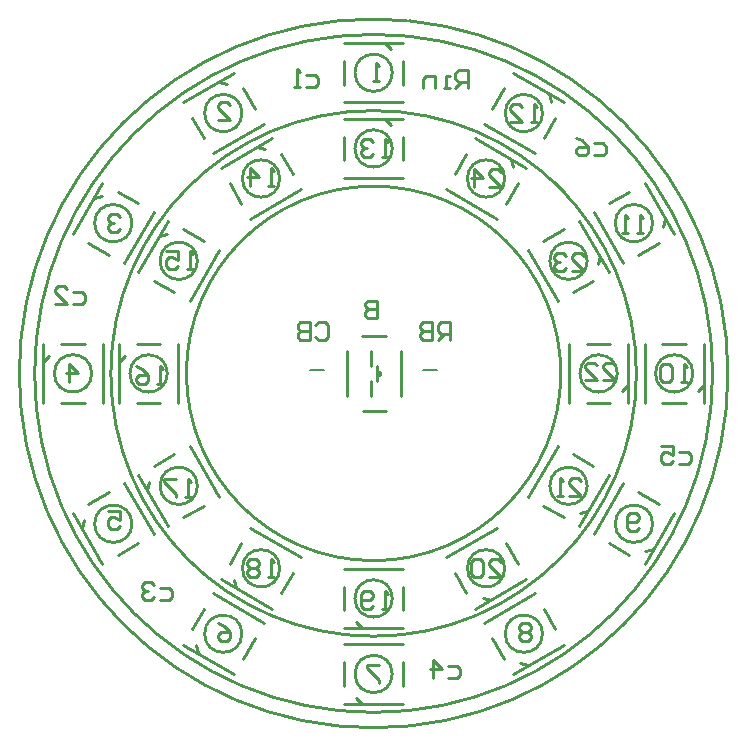
<source format=gto>
G04 Layer_Color=65535*
%FSLAX42Y42*%
%MOMM*%
G71*
G01*
G75*
%ADD32C,0.25*%
%ADD33C,0.20*%
D32*
X9424Y3000D02*
G03*
X9424Y3000I3000J0D01*
G01*
X9554D02*
G03*
X9554Y3000I2870J0D01*
G01*
X13916Y3953D02*
G03*
X13916Y3953I158J0D01*
G01*
X14171Y3000D02*
G03*
X14171Y3000I158J0D01*
G01*
X13916Y2048D02*
G03*
X13916Y2048I158J0D01*
G01*
X13218Y1350D02*
G03*
X13218Y1350I158J0D01*
G01*
X12266Y1095D02*
G03*
X12266Y1095I158J0D01*
G01*
X11313Y1350D02*
G03*
X11313Y1350I158J0D01*
G01*
X10616Y2048D02*
G03*
X10616Y2048I158J0D01*
G01*
X10361Y3000D02*
G03*
X10361Y3000I158J0D01*
G01*
X10616Y3953D02*
G03*
X10616Y3953I158J0D01*
G01*
X11313Y4650D02*
G03*
X11313Y4650I158J0D01*
G01*
X12266Y4905D02*
G03*
X12266Y4905I158J0D01*
G01*
X13218Y4650D02*
G03*
X13218Y4650I158J0D01*
G01*
X13538Y5204D02*
G03*
X13538Y5204I158J0D01*
G01*
X14470Y4272D02*
G03*
X14470Y4272I158J0D01*
G01*
X14811Y3000D02*
G03*
X14811Y3000I158J0D01*
G01*
X14470Y1727D02*
G03*
X14470Y1727I158J0D01*
G01*
X13538Y796D02*
G03*
X13538Y796I158J0D01*
G01*
X12266Y455D02*
G03*
X12266Y455I158J0D01*
G01*
X10993Y796D02*
G03*
X10993Y796I158J0D01*
G01*
X10062Y1727D02*
G03*
X10062Y1727I158J0D01*
G01*
X9721Y3000D02*
G03*
X9721Y3000I158J0D01*
G01*
X10062Y4272D02*
G03*
X10062Y4272I158J0D01*
G01*
X10993Y5204D02*
G03*
X10993Y5204I158J0D01*
G01*
X12266Y5545D02*
G03*
X12266Y5545I158J0D01*
G01*
X10199Y3000D02*
G03*
X10199Y3000I2225J0D01*
G01*
X10839D02*
G03*
X10839Y3000I1585J0D01*
G01*
X12475Y3013D02*
X12449D01*
X12475Y2987D02*
X12449Y3013D01*
X12475Y2987D02*
X12449D01*
X12475D02*
Y3013D01*
X12449Y2936D02*
Y3064D01*
X12399D02*
Y3191D01*
Y2809D02*
Y2936D01*
X12526Y3317D02*
X12322D01*
X12195Y2809D02*
Y3191D01*
X12526Y2683D02*
X12335D01*
X12653Y2809D02*
Y3191D01*
X14340Y3991D02*
X14322Y3923D01*
X14285Y3786D02*
X14112Y3686D01*
X14035Y4219D02*
X13862Y4119D01*
X14415Y3861D02*
X14165Y4294D01*
X13982Y3611D02*
X13732Y4044D01*
X14579Y2900D02*
X14529Y2850D01*
X14429Y2750D02*
X14229D01*
X14429Y3250D02*
X14229D01*
X14579Y2750D02*
Y3250D01*
X14079Y2750D02*
Y3250D01*
X14240Y1836D02*
X14172Y1818D01*
X14035Y1781D02*
X13862Y1881D01*
X14285Y2214D02*
X14112Y2314D01*
X14415Y2139D02*
X14165Y1706D01*
X13982Y2389D02*
X13732Y1956D01*
X13415Y1084D02*
X13347Y1102D01*
X13210Y1139D02*
X13110Y1312D01*
X13643Y1389D02*
X13543Y1562D01*
X13718Y1259D02*
X13285Y1009D01*
X13468Y1692D02*
X13035Y1442D01*
X12324Y845D02*
X12274Y895D01*
X12174Y995D02*
Y1195D01*
X12674Y995D02*
Y1195D01*
Y845D02*
X12174D01*
X12674Y1345D02*
X12174D01*
X11260Y1184D02*
X11242Y1252D01*
X11305Y1562D02*
X11205Y1389D01*
X11738Y1312D02*
X11638Y1139D01*
X11563Y1009D02*
X11130Y1259D01*
X11813Y1442D02*
X11380Y1692D01*
X10526Y2077D02*
X10508Y2009D01*
X10736Y2314D02*
X10563Y2214D01*
X10986Y1881D02*
X10813Y1781D01*
X10683Y1706D02*
X10433Y2139D01*
X11116Y1956D02*
X10866Y2389D01*
X10319Y3150D02*
X10269Y3100D01*
X10619Y3250D02*
X10419D01*
X10619Y2750D02*
X10419D01*
X10269D02*
Y3250D01*
X10769Y2750D02*
Y3250D01*
X10676Y4182D02*
X10608Y4164D01*
X10986Y4119D02*
X10813Y4219D01*
X10736Y3686D02*
X10563Y3786D01*
X10683Y4294D02*
X10433Y3861D01*
X11116Y4044D02*
X10866Y3611D01*
X11501Y4898D02*
X11433Y4916D01*
X11738Y4688D02*
X11638Y4861D01*
X11305Y4438D02*
X11205Y4611D01*
X11563Y4991D02*
X11130Y4741D01*
X11813Y4558D02*
X11380Y4308D01*
X12574Y5105D02*
X12524Y5155D01*
X12674Y4805D02*
Y5005D01*
X12174Y4805D02*
Y5005D01*
X12674Y5155D02*
X12174D01*
X12674Y4655D02*
X12174D01*
X13606Y4748D02*
X13588Y4816D01*
X13643Y4611D02*
X13543Y4438D01*
X13210Y4861D02*
X13110Y4688D01*
X13718Y4741D02*
X13285Y4991D01*
X13468Y4308D02*
X13035Y4558D01*
X13926Y5302D02*
X13908Y5371D01*
X13963Y5166D02*
X13863Y4992D01*
X13530Y5416D02*
X13430Y5242D01*
X14038Y5296D02*
X13605Y5546D01*
X13788Y4862D02*
X13355Y5112D01*
X14895Y4311D02*
X14876Y4243D01*
X14840Y4106D02*
X14666Y4006D01*
X14590Y4539D02*
X14416Y4439D01*
X14970Y4181D02*
X14720Y4614D01*
X14536Y3931D02*
X14286Y4364D01*
X15219Y2900D02*
X15169Y2850D01*
X15069Y2750D02*
X14869D01*
X15069Y3250D02*
X14869D01*
X15219Y2750D02*
Y3250D01*
X14719Y2750D02*
Y3250D01*
X14795Y1516D02*
X14726Y1498D01*
X14590Y1461D02*
X14416Y1561D01*
X14840Y1894D02*
X14666Y1994D01*
X14970Y1819D02*
X14720Y1386D01*
X14536Y2069D02*
X14286Y1636D01*
X13735Y529D02*
X13667Y548D01*
X13530Y584D02*
X13430Y758D01*
X13963Y834D02*
X13863Y1008D01*
X14038Y704D02*
X13605Y454D01*
X13788Y1138D02*
X13355Y888D01*
X12324Y205D02*
X12274Y255D01*
X12174Y355D02*
Y555D01*
X12674Y355D02*
Y555D01*
Y205D02*
X12174D01*
X12674Y705D02*
X12174D01*
X10940Y629D02*
X10922Y698D01*
X10985Y1008D02*
X10885Y834D01*
X11418Y758D02*
X11318Y584D01*
X11243Y454D02*
X10810Y704D01*
X11493Y888D02*
X11060Y1138D01*
X9972Y1757D02*
X9953Y1689D01*
X10182Y1994D02*
X10008Y1894D01*
X10432Y1561D02*
X10258Y1461D01*
X10128Y1386D02*
X9878Y1819D01*
X10562Y1636D02*
X10312Y2069D01*
X9679Y3150D02*
X9629Y3100D01*
X9979Y3250D02*
X9779D01*
X9979Y2750D02*
X9779D01*
X9629D02*
Y3250D01*
X10129Y2750D02*
Y3250D01*
X10122Y4502D02*
X10053Y4484D01*
X10432Y4439D02*
X10258Y4539D01*
X10182Y4006D02*
X10008Y4106D01*
X10128Y4614D02*
X9878Y4181D01*
X10562Y4364D02*
X10312Y3931D01*
X11181Y5452D02*
X11113Y5471D01*
X11418Y5242D02*
X11318Y5416D01*
X10985Y4992D02*
X10885Y5166D01*
X11243Y5546D02*
X10810Y5296D01*
X11493Y5112D02*
X11060Y4862D01*
X12574Y5745D02*
X12524Y5795D01*
X12674Y5445D02*
Y5645D01*
X12174Y5445D02*
Y5645D01*
X12674Y5795D02*
X12174D01*
X12674Y5295D02*
X12174D01*
X14287Y4947D02*
X14364D01*
X14389Y4921D01*
Y4870D01*
X14364Y4845D01*
X14287D01*
X14135Y4997D02*
X14186Y4972D01*
X14237Y4921D01*
Y4870D01*
X14211Y4845D01*
X14160D01*
X14135Y4870D01*
Y4896D01*
X14160Y4921D01*
X14237D01*
X15007Y2337D02*
X15084D01*
X15109Y2311D01*
Y2260D01*
X15084Y2235D01*
X15007D01*
X14855Y2387D02*
X14957D01*
Y2311D01*
X14906Y2337D01*
X14880D01*
X14855Y2311D01*
Y2260D01*
X14880Y2235D01*
X14931D01*
X14957Y2260D01*
X13057Y522D02*
X13134D01*
X13159Y496D01*
Y445D01*
X13134Y420D01*
X13057D01*
X12930D02*
Y572D01*
X13007Y496D01*
X12905D01*
X10612Y1182D02*
X10689D01*
X10714Y1156D01*
Y1105D01*
X10689Y1080D01*
X10612D01*
X10562Y1207D02*
X10536Y1232D01*
X10485D01*
X10460Y1207D01*
Y1182D01*
X10485Y1156D01*
X10511D01*
X10485D01*
X10460Y1131D01*
Y1105D01*
X10485Y1080D01*
X10536D01*
X10562Y1105D01*
X9877Y3687D02*
X9954D01*
X9979Y3661D01*
Y3610D01*
X9954Y3585D01*
X9877D01*
X9725D02*
X9827D01*
X9725Y3687D01*
Y3712D01*
X9750Y3737D01*
X9801D01*
X9827Y3712D01*
X11932Y3412D02*
X11958Y3437D01*
X12009D01*
X12034Y3412D01*
Y3310D01*
X12009Y3285D01*
X11958D01*
X11932Y3310D01*
X11882Y3437D02*
Y3285D01*
X11805D01*
X11780Y3310D01*
Y3336D01*
X11805Y3361D01*
X11882D01*
X11805D01*
X11780Y3387D01*
Y3412D01*
X11805Y3437D01*
X11882D01*
X13069Y3285D02*
Y3437D01*
X12993D01*
X12967Y3412D01*
Y3361D01*
X12993Y3336D01*
X13069D01*
X13018D02*
X12967Y3285D01*
X12917Y3437D02*
Y3285D01*
X12840D01*
X12815Y3310D01*
Y3336D01*
X12840Y3361D01*
X12917D01*
X12840D01*
X12815Y3387D01*
Y3412D01*
X12840Y3437D01*
X12917D01*
X12454Y3617D02*
Y3465D01*
X12378D01*
X12352Y3490D01*
Y3516D01*
X12378Y3541D01*
X12454D01*
X12378D01*
X12352Y3567D01*
Y3592D01*
X12378Y3617D01*
X12454D01*
X14107Y3870D02*
X14209D01*
X14107Y3972D01*
Y3997D01*
X14133Y4022D01*
X14184D01*
X14209Y3997D01*
X14057D02*
X14031Y4022D01*
X13980D01*
X13955Y3997D01*
Y3972D01*
X13980Y3946D01*
X14006D01*
X13980D01*
X13955Y3921D01*
Y3895D01*
X13980Y3870D01*
X14031D01*
X14057Y3895D01*
X14362Y2940D02*
X14464D01*
X14362Y3042D01*
Y3067D01*
X14388Y3092D01*
X14439D01*
X14464Y3067D01*
X14210Y2940D02*
X14312D01*
X14210Y3042D01*
Y3067D01*
X14235Y3092D01*
X14286D01*
X14312Y3067D01*
X14077Y1965D02*
X14179D01*
X14077Y2067D01*
Y2092D01*
X14103Y2117D01*
X14154D01*
X14179Y2092D01*
X14027Y1965D02*
X13976D01*
X14001D01*
Y2117D01*
X14027Y2092D01*
X13402Y1275D02*
X13504D01*
X13402Y1377D01*
Y1402D01*
X13428Y1427D01*
X13479D01*
X13504Y1402D01*
X13352D02*
X13326Y1427D01*
X13275D01*
X13250Y1402D01*
Y1300D01*
X13275Y1275D01*
X13326D01*
X13352Y1300D01*
Y1402D01*
X12544Y1005D02*
X12493D01*
X12519D01*
Y1157D01*
X12544Y1132D01*
X12417Y1030D02*
X12392Y1005D01*
X12341D01*
X12315Y1030D01*
Y1132D01*
X12341Y1157D01*
X12392D01*
X12417Y1132D01*
Y1107D01*
X12392Y1081D01*
X12315D01*
X11584Y1275D02*
X11533D01*
X11559D01*
Y1427D01*
X11584Y1402D01*
X11457D02*
X11432Y1427D01*
X11381D01*
X11355Y1402D01*
Y1377D01*
X11381Y1351D01*
X11355Y1326D01*
Y1300D01*
X11381Y1275D01*
X11432D01*
X11457Y1300D01*
Y1326D01*
X11432Y1351D01*
X11457Y1377D01*
Y1402D01*
X11432Y1351D02*
X11381D01*
X10879Y1950D02*
X10828D01*
X10854D01*
Y2102D01*
X10879Y2077D01*
X10752Y2102D02*
X10650D01*
Y2077D01*
X10752Y1975D01*
Y1950D01*
X10639Y2910D02*
X10588D01*
X10614D01*
Y3062D01*
X10639Y3037D01*
X10410Y3062D02*
X10461Y3037D01*
X10512Y2986D01*
Y2935D01*
X10487Y2910D01*
X10436D01*
X10410Y2935D01*
Y2961D01*
X10436Y2986D01*
X10512D01*
X10894Y3885D02*
X10843D01*
X10869D01*
Y4037D01*
X10894Y4012D01*
X10665Y4037D02*
X10767D01*
Y3961D01*
X10716Y3987D01*
X10691D01*
X10665Y3961D01*
Y3910D01*
X10691Y3885D01*
X10742D01*
X10767Y3910D01*
X11584Y4590D02*
X11533D01*
X11559D01*
Y4742D01*
X11584Y4717D01*
X11381Y4590D02*
Y4742D01*
X11457Y4666D01*
X11355D01*
X12544Y4830D02*
X12493D01*
X12519D01*
Y4982D01*
X12544Y4957D01*
X12417D02*
X12392Y4982D01*
X12341D01*
X12315Y4957D01*
Y4932D01*
X12341Y4906D01*
X12366D01*
X12341D01*
X12315Y4881D01*
Y4855D01*
X12341Y4830D01*
X12392D01*
X12417Y4855D01*
X13402Y4575D02*
X13504D01*
X13402Y4677D01*
Y4702D01*
X13428Y4727D01*
X13479D01*
X13504Y4702D01*
X13275Y4575D02*
Y4727D01*
X13352Y4651D01*
X13250D01*
X13804Y5130D02*
X13753D01*
X13779D01*
Y5282D01*
X13804Y5257D01*
X13575Y5130D02*
X13677D01*
X13575Y5232D01*
Y5257D01*
X13601Y5282D01*
X13652D01*
X13677Y5257D01*
X14704Y4185D02*
X14653D01*
X14679D01*
Y4337D01*
X14704Y4312D01*
X14577Y4185D02*
X14526D01*
X14552D01*
Y4337D01*
X14577Y4312D01*
X15079Y2925D02*
X15028D01*
X15054D01*
Y3077D01*
X15079Y3052D01*
X14952D02*
X14927Y3077D01*
X14876D01*
X14850Y3052D01*
Y2950D01*
X14876Y2925D01*
X14927D01*
X14952Y2950D01*
Y3052D01*
X14674Y1690D02*
X14649Y1665D01*
X14598D01*
X14572Y1690D01*
Y1792D01*
X14598Y1817D01*
X14649D01*
X14674Y1792D01*
Y1767D01*
X14649Y1741D01*
X14572D01*
X13759Y862D02*
X13734Y887D01*
X13683D01*
X13657Y862D01*
Y837D01*
X13683Y811D01*
X13657Y786D01*
Y760D01*
X13683Y735D01*
X13734D01*
X13759Y760D01*
Y786D01*
X13734Y811D01*
X13759Y837D01*
Y862D01*
X13734Y811D02*
X13683D01*
X12469Y527D02*
X12367D01*
Y502D01*
X12469Y400D01*
Y375D01*
X11107Y887D02*
X11158Y862D01*
X11209Y811D01*
Y760D01*
X11184Y735D01*
X11133D01*
X11107Y760D01*
Y786D01*
X11133Y811D01*
X11209D01*
X10177Y1832D02*
X10279D01*
Y1756D01*
X10228Y1782D01*
X10203D01*
X10177Y1756D01*
Y1705D01*
X10203Y1680D01*
X10254D01*
X10279Y1705D01*
X9843Y2925D02*
Y3077D01*
X9919Y3001D01*
X9817D01*
X10279Y4327D02*
X10254Y4352D01*
X10203D01*
X10177Y4327D01*
Y4302D01*
X10203Y4276D01*
X10228D01*
X10203D01*
X10177Y4251D01*
Y4225D01*
X10203Y4200D01*
X10254D01*
X10279Y4225D01*
X11107Y5145D02*
X11209D01*
X11107Y5247D01*
Y5272D01*
X11133Y5297D01*
X11184D01*
X11209Y5272D01*
X13219Y5415D02*
Y5567D01*
X13143D01*
X13117Y5542D01*
Y5491D01*
X13143Y5466D01*
X13219D01*
X13168D02*
X13117Y5415D01*
X13067D02*
X13016D01*
X13041D01*
Y5517D01*
X13067D01*
X12940Y5415D02*
Y5517D01*
X12864D01*
X12838Y5491D01*
Y5415D01*
X12469Y5475D02*
X12418D01*
X12444D01*
Y5627D01*
X12469Y5602D01*
X11855Y5523D02*
X11931D01*
X11956Y5497D01*
Y5446D01*
X11931Y5421D01*
X11855D01*
X11804D02*
X11753D01*
X11779D01*
Y5573D01*
X11804Y5548D01*
D33*
X14041Y4533D02*
X13957Y4617D01*
X14585Y2458D02*
X14553Y2342D01*
X13052Y871D02*
X12936Y839D01*
X10906Y1368D02*
X10822Y1452D01*
X10280Y3598D02*
X10248Y3482D01*
X12004Y3030D02*
X11884D01*
X12964D02*
X12844D01*
X13052Y5129D02*
X12936Y5161D01*
X11897Y5161D02*
X11781Y5129D01*
M02*

</source>
